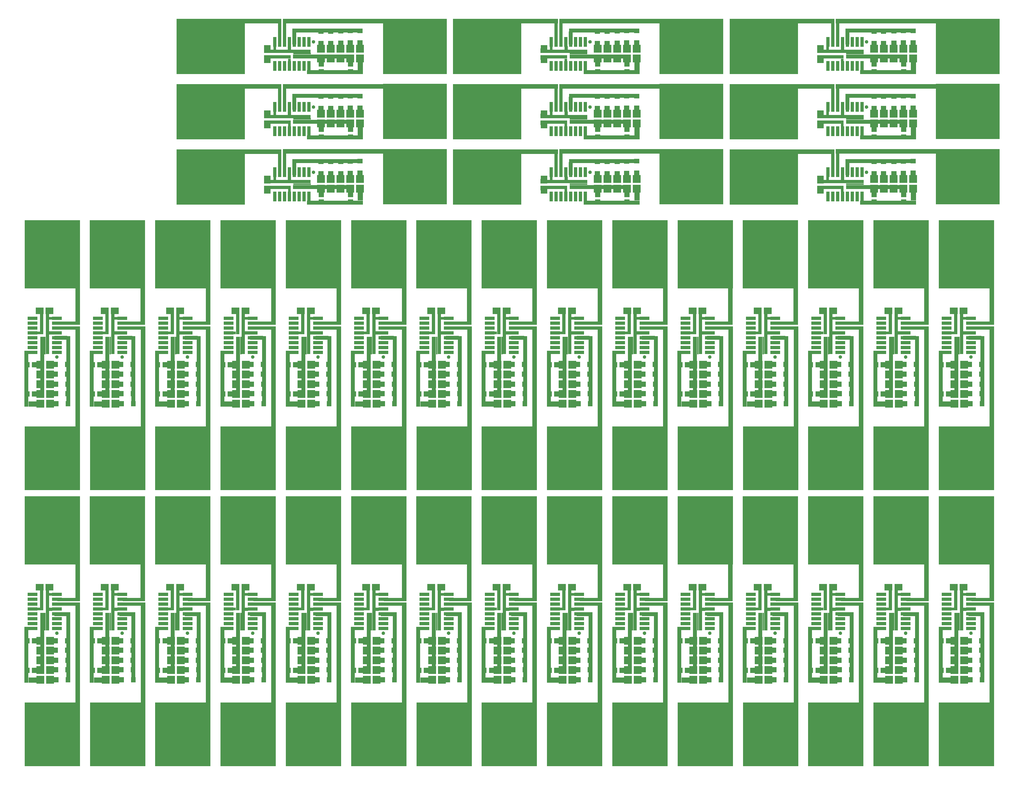
<source format=gtl>
G04 Layer_Physical_Order=1*
G04 Layer_Color=255*
%FSLAX44Y44*%
%MOMM*%
G71*
G01*
G75*
%ADD10C,0.5000*%
%ADD11R,1.2000X1.4000*%
%ADD12R,2.5000X0.9000*%
%ADD13R,1.1500X28.8000*%
%ADD14R,1.2000X12.5500*%
%ADD15R,4.8000X0.9000*%
%ADD16R,2.0000X1.8000*%
%ADD17R,4.2000X0.9000*%
%ADD18R,1.1000X18.3500*%
%ADD19R,3.4000X1.0000*%
%ADD20R,0.9000X6.9000*%
%ADD21R,1.0000X0.8000*%
%ADD22R,0.9000X11.1000*%
%ADD23R,1.3000X0.9000*%
%ADD24R,1.6000X0.8000*%
%ADD25R,1.0500X15.9000*%
%ADD26R,0.4000X4.6000*%
%ADD27R,1.0000X14.5500*%
%ADD28R,2.4500X1.3500*%
%ADD29R,14.5000X17.7500*%
%ADD30R,14.4500X16.6500*%
%ADD31R,1.4000X1.2000*%
%ADD32R,0.9000X2.5000*%
%ADD33R,28.8000X1.1500*%
%ADD34R,12.5500X1.2000*%
%ADD35R,0.9000X4.8000*%
%ADD36R,1.8000X2.0000*%
%ADD37R,0.9000X4.2000*%
%ADD38R,18.3500X1.1000*%
%ADD39R,1.0000X3.4000*%
%ADD40R,6.9000X0.9000*%
%ADD41R,0.8000X1.0000*%
%ADD42R,11.1000X0.9000*%
%ADD43R,0.9000X1.3000*%
%ADD44R,0.8000X1.6000*%
%ADD45R,15.9000X1.0500*%
%ADD46R,4.6000X0.4000*%
%ADD47R,14.5500X1.0000*%
%ADD48R,1.3500X2.4500*%
%ADD49R,17.7500X14.5000*%
%ADD50R,16.6500X14.4500*%
%ADD51R,0.9000X1.3000*%
%ADD52R,2.0000X2.0000*%
%ADD53R,2.0000X2.0000*%
D10*
X521851Y566627D02*
G03*
X521851Y566627I-2121J0D01*
G01*
X691851D02*
G03*
X691851Y566627I-2121J0D01*
G01*
X861851D02*
G03*
X861851Y566627I-2121J0D01*
G01*
X1031851D02*
G03*
X1031851Y566627I-2121J0D01*
G01*
X1201851D02*
G03*
X1201851Y566627I-2121J0D01*
G01*
X1371851D02*
G03*
X1371851Y566627I-2121J0D01*
G01*
X1541851D02*
G03*
X1541851Y566627I-2121J0D01*
G01*
X1711851D02*
G03*
X1711851Y566627I-2121J0D01*
G01*
X1881851D02*
G03*
X1881851Y566627I-2121J0D01*
G01*
X2051851D02*
G03*
X2051851Y566627I-2121J0D01*
G01*
X2221851D02*
G03*
X2221851Y566627I-2121J0D01*
G01*
X2391851D02*
G03*
X2391851Y566627I-2121J0D01*
G01*
X2561851D02*
G03*
X2561851Y566627I-2121J0D01*
G01*
X2731851D02*
G03*
X2731851Y566627I-2121J0D01*
G01*
X2901851D02*
G03*
X2901851Y566627I-2121J0D01*
G01*
Y1286627D02*
G03*
X2901851Y1286627I-2121J0D01*
G01*
X2731851D02*
G03*
X2731851Y1286627I-2121J0D01*
G01*
X2561851D02*
G03*
X2561851Y1286627I-2121J0D01*
G01*
X2391851D02*
G03*
X2391851Y1286627I-2121J0D01*
G01*
X2221851D02*
G03*
X2221851Y1286627I-2121J0D01*
G01*
X2051851D02*
G03*
X2051851Y1286627I-2121J0D01*
G01*
X1881851D02*
G03*
X1881851Y1286627I-2121J0D01*
G01*
X1711851D02*
G03*
X1711851Y1286627I-2121J0D01*
G01*
X1541851D02*
G03*
X1541851Y1286627I-2121J0D01*
G01*
X1371851D02*
G03*
X1371851Y1286627I-2121J0D01*
G01*
X1201851D02*
G03*
X1201851Y1286627I-2121J0D01*
G01*
X1031851D02*
G03*
X1031851Y1286627I-2121J0D01*
G01*
X861851D02*
G03*
X861851Y1286627I-2121J0D01*
G01*
X691851D02*
G03*
X691851Y1286627I-2121J0D01*
G01*
X521851D02*
G03*
X521851Y1286627I-2121J0D01*
G01*
X1187910Y1770347D02*
G03*
X1187910Y1770347I0J-2121D01*
G01*
Y1940347D02*
G03*
X1187910Y1940347I0J-2121D01*
G01*
Y2110347D02*
G03*
X1187910Y2110347I0J-2121D01*
G01*
X1907910Y1770347D02*
G03*
X1907910Y1770347I0J-2121D01*
G01*
Y1940347D02*
G03*
X1907910Y1940347I0J-2121D01*
G01*
Y2110347D02*
G03*
X1907910Y2110347I0J-2121D01*
G01*
X2627910Y1770347D02*
G03*
X2627910Y1770347I0J-2121D01*
G01*
Y1940347D02*
G03*
X2627910Y1940347I0J-2121D01*
G01*
Y2110347D02*
G03*
X2627910Y2110347I0J-2121D01*
G01*
D11*
X460730Y470127D02*
D03*
X517990Y445127D02*
D03*
X548470D02*
D03*
X612730Y470127D02*
D03*
X630730D02*
D03*
X687990Y445127D02*
D03*
X718470D02*
D03*
X782730Y470127D02*
D03*
X800730D02*
D03*
X857990Y445127D02*
D03*
X888470D02*
D03*
X952730Y470127D02*
D03*
X970730D02*
D03*
X1027990Y445127D02*
D03*
X1058470D02*
D03*
X1122730Y470127D02*
D03*
X1140730D02*
D03*
X1197990Y445127D02*
D03*
X1228470D02*
D03*
X1292730Y470127D02*
D03*
X1310730D02*
D03*
X1367990Y445127D02*
D03*
X1398470D02*
D03*
X1462730Y470127D02*
D03*
X1480730D02*
D03*
X1537990Y445127D02*
D03*
X1568470D02*
D03*
X1632730Y470127D02*
D03*
X1650730D02*
D03*
X1707990Y445127D02*
D03*
X1738470D02*
D03*
X1802730Y470127D02*
D03*
X1820730D02*
D03*
X1877990Y445127D02*
D03*
X1908470D02*
D03*
X1972730Y470127D02*
D03*
X2047990Y445127D02*
D03*
X2078470D02*
D03*
X2142730Y470127D02*
D03*
X2160730D02*
D03*
X2217990Y445127D02*
D03*
X2248470D02*
D03*
X2312730Y470127D02*
D03*
X2330730D02*
D03*
X2387990Y445127D02*
D03*
X2418470D02*
D03*
X2482730Y470127D02*
D03*
X2557990Y445127D02*
D03*
X2588470D02*
D03*
X2652730Y470127D02*
D03*
X2670730D02*
D03*
X2727990Y445127D02*
D03*
X2758470D02*
D03*
X2822730Y470127D02*
D03*
X2840730D02*
D03*
X2897990Y445127D02*
D03*
X2928470D02*
D03*
X2927970Y471127D02*
D03*
X2927470Y495627D02*
D03*
X2896990D02*
D03*
X2897490Y471127D02*
D03*
X2896490Y522127D02*
D03*
Y547127D02*
D03*
X2926970D02*
D03*
Y522127D02*
D03*
X2840730Y546627D02*
D03*
X2822730D02*
D03*
X2756970Y547127D02*
D03*
Y522127D02*
D03*
X2757470Y495627D02*
D03*
X2757970Y471127D02*
D03*
X2726490Y522127D02*
D03*
Y547127D02*
D03*
X2726990Y495627D02*
D03*
X2727490Y471127D02*
D03*
X2670730Y546627D02*
D03*
X2652730D02*
D03*
X2586970Y547127D02*
D03*
Y522127D02*
D03*
X2587470Y495627D02*
D03*
X2587970Y471127D02*
D03*
X2556490Y522127D02*
D03*
Y547127D02*
D03*
X2500730Y546627D02*
D03*
Y470127D02*
D03*
X2557490Y471127D02*
D03*
X2556990Y495627D02*
D03*
X2482730Y546627D02*
D03*
X2416970Y547127D02*
D03*
Y522127D02*
D03*
X2386490D02*
D03*
Y547127D02*
D03*
X2386990Y495627D02*
D03*
X2387490Y471127D02*
D03*
X2417970D02*
D03*
X2417470Y495627D02*
D03*
X2330730Y546627D02*
D03*
X2312730D02*
D03*
X2246970Y547127D02*
D03*
Y522127D02*
D03*
X2247470Y495627D02*
D03*
X2247970Y471127D02*
D03*
X2216490Y522127D02*
D03*
Y547127D02*
D03*
X2216990Y495627D02*
D03*
X2217490Y471127D02*
D03*
X2160730Y546627D02*
D03*
X2142730D02*
D03*
X2076970Y547127D02*
D03*
Y522127D02*
D03*
X2077470Y495627D02*
D03*
X2077970Y471127D02*
D03*
X2046490Y522127D02*
D03*
Y547127D02*
D03*
X1990730Y546627D02*
D03*
Y470127D02*
D03*
X2047490Y471127D02*
D03*
X2046990Y495627D02*
D03*
X1972730Y546627D02*
D03*
X1906970Y547127D02*
D03*
Y522127D02*
D03*
X1876490D02*
D03*
Y547127D02*
D03*
X1876990Y495627D02*
D03*
X1877490Y471127D02*
D03*
X1907970D02*
D03*
X1907470Y495627D02*
D03*
X1820730Y546627D02*
D03*
X1802730D02*
D03*
X1736970Y547127D02*
D03*
Y522127D02*
D03*
X1737470Y495627D02*
D03*
X1737970Y471127D02*
D03*
X1706490Y522127D02*
D03*
Y547127D02*
D03*
X1706990Y495627D02*
D03*
X1707490Y471127D02*
D03*
X1650730Y546627D02*
D03*
X1632730D02*
D03*
X1566970Y547127D02*
D03*
Y522127D02*
D03*
X1567470Y495627D02*
D03*
X1567970Y471127D02*
D03*
X1537490D02*
D03*
X1536990Y495627D02*
D03*
X1536490Y522127D02*
D03*
Y547127D02*
D03*
X1480730Y546627D02*
D03*
X1462730D02*
D03*
X1396970Y547127D02*
D03*
Y522127D02*
D03*
X1366490D02*
D03*
Y547127D02*
D03*
X1366990Y495627D02*
D03*
X1367490Y471127D02*
D03*
X1397970D02*
D03*
X1397470Y495627D02*
D03*
X1310730Y546627D02*
D03*
X1292730D02*
D03*
X1226970Y547127D02*
D03*
Y522127D02*
D03*
X1227470Y495627D02*
D03*
X1227970Y471127D02*
D03*
X1196490Y522127D02*
D03*
Y547127D02*
D03*
X1196990Y495627D02*
D03*
X1197490Y471127D02*
D03*
X1140730Y546627D02*
D03*
X1122730D02*
D03*
X1056970Y547127D02*
D03*
Y522127D02*
D03*
X1026490D02*
D03*
Y547127D02*
D03*
X1026990Y495627D02*
D03*
X1027490Y471127D02*
D03*
X1057970D02*
D03*
X1057470Y495627D02*
D03*
X970730Y546627D02*
D03*
X952730D02*
D03*
X886970Y547127D02*
D03*
Y522127D02*
D03*
X856490D02*
D03*
Y547127D02*
D03*
X856990Y495627D02*
D03*
X857490Y471127D02*
D03*
X887970D02*
D03*
X887470Y495627D02*
D03*
X800730Y546627D02*
D03*
X782730D02*
D03*
X716970Y547127D02*
D03*
Y522127D02*
D03*
X717470Y495627D02*
D03*
X717970Y471127D02*
D03*
X686490Y522127D02*
D03*
Y547127D02*
D03*
X686990Y495627D02*
D03*
X687490Y471127D02*
D03*
X630730Y546627D02*
D03*
X612730D02*
D03*
X546970Y547127D02*
D03*
Y522127D02*
D03*
X516490D02*
D03*
Y547127D02*
D03*
X516990Y495627D02*
D03*
X517490Y471127D02*
D03*
X547970D02*
D03*
X547470Y495627D02*
D03*
X460730Y546627D02*
D03*
X442730D02*
D03*
Y470127D02*
D03*
X478730Y688627D02*
D03*
X496730D02*
D03*
X648730D02*
D03*
X666730D02*
D03*
X818730D02*
D03*
X836730D02*
D03*
X988730D02*
D03*
X1006730D02*
D03*
X1158730D02*
D03*
X1176730D02*
D03*
X1328730D02*
D03*
X1346730D02*
D03*
X1498730D02*
D03*
X1516730D02*
D03*
X1668730D02*
D03*
X1686730D02*
D03*
X1838730D02*
D03*
X1856730D02*
D03*
X2008730D02*
D03*
X2026730D02*
D03*
X2178730D02*
D03*
X2196730D02*
D03*
X2348730D02*
D03*
X2366730D02*
D03*
X2518730D02*
D03*
X2536730D02*
D03*
X2688730D02*
D03*
X2706730D02*
D03*
X2858730D02*
D03*
X2876730D02*
D03*
X2897990Y1165127D02*
D03*
X2897490Y1191127D02*
D03*
X2896990Y1215627D02*
D03*
X2927470D02*
D03*
X2927970Y1191127D02*
D03*
X2928470Y1165127D02*
D03*
X2926970Y1242127D02*
D03*
Y1267127D02*
D03*
X2896490D02*
D03*
Y1242127D02*
D03*
X2840730Y1266627D02*
D03*
X2822730D02*
D03*
Y1190127D02*
D03*
X2840730D02*
D03*
X2756970Y1242127D02*
D03*
Y1267127D02*
D03*
X2757470Y1215627D02*
D03*
X2757970Y1191127D02*
D03*
X2758470Y1165127D02*
D03*
X2726490Y1242127D02*
D03*
Y1267127D02*
D03*
X2726990Y1215627D02*
D03*
X2727490Y1191127D02*
D03*
X2727990Y1165127D02*
D03*
X2670730Y1266627D02*
D03*
X2652730D02*
D03*
Y1190127D02*
D03*
X2670730D02*
D03*
X2586970Y1242127D02*
D03*
Y1267127D02*
D03*
X2587470Y1215627D02*
D03*
X2587970Y1191127D02*
D03*
X2588470Y1165127D02*
D03*
X2556490Y1242127D02*
D03*
Y1267127D02*
D03*
X2500730Y1266627D02*
D03*
Y1190127D02*
D03*
X2557490Y1191127D02*
D03*
X2556990Y1215627D02*
D03*
X2557990Y1165127D02*
D03*
X2482730Y1266627D02*
D03*
Y1190127D02*
D03*
X2416970Y1242127D02*
D03*
Y1267127D02*
D03*
X2386490D02*
D03*
Y1242127D02*
D03*
X2386990Y1215627D02*
D03*
X2387490Y1191127D02*
D03*
X2387990Y1165127D02*
D03*
X2418470D02*
D03*
X2417970Y1191127D02*
D03*
X2417470Y1215627D02*
D03*
X2330730Y1266627D02*
D03*
X2312730D02*
D03*
Y1190127D02*
D03*
X2330730D02*
D03*
X2246970Y1242127D02*
D03*
Y1267127D02*
D03*
X2247470Y1215627D02*
D03*
X2247970Y1191127D02*
D03*
X2248470Y1165127D02*
D03*
X2216490Y1242127D02*
D03*
Y1267127D02*
D03*
X2216990Y1215627D02*
D03*
X2217490Y1191127D02*
D03*
X2217990Y1165127D02*
D03*
X2160730Y1266627D02*
D03*
X2142730D02*
D03*
Y1190127D02*
D03*
X2160730D02*
D03*
X2076970Y1242127D02*
D03*
Y1267127D02*
D03*
X2077470Y1215627D02*
D03*
X2077970Y1191127D02*
D03*
X2078470Y1165127D02*
D03*
X2046490Y1242127D02*
D03*
Y1267127D02*
D03*
X1990730Y1266627D02*
D03*
Y1190127D02*
D03*
X2047490Y1191127D02*
D03*
X2046990Y1215627D02*
D03*
X2047990Y1165127D02*
D03*
X1972730Y1266627D02*
D03*
Y1190127D02*
D03*
X1906970Y1242127D02*
D03*
Y1267127D02*
D03*
X1876490D02*
D03*
Y1242127D02*
D03*
X1876990Y1215627D02*
D03*
X1877490Y1191127D02*
D03*
X1877990Y1165127D02*
D03*
X1908470D02*
D03*
X1907970Y1191127D02*
D03*
X1907470Y1215627D02*
D03*
X1820730Y1266627D02*
D03*
X1802730D02*
D03*
Y1190127D02*
D03*
X1820730D02*
D03*
X1736970Y1242127D02*
D03*
Y1267127D02*
D03*
X1737470Y1215627D02*
D03*
X1737970Y1191127D02*
D03*
X1738470Y1165127D02*
D03*
X1706490Y1242127D02*
D03*
Y1267127D02*
D03*
X1706990Y1215627D02*
D03*
X1707490Y1191127D02*
D03*
X1707990Y1165127D02*
D03*
X1650730Y1266627D02*
D03*
X1632730D02*
D03*
Y1190127D02*
D03*
X1650730D02*
D03*
X1566970Y1242127D02*
D03*
Y1267127D02*
D03*
X1567470Y1215627D02*
D03*
X1567970Y1191127D02*
D03*
X1568470Y1165127D02*
D03*
X1537990D02*
D03*
X1537490Y1191127D02*
D03*
X1536990Y1215627D02*
D03*
X1536490Y1242127D02*
D03*
Y1267127D02*
D03*
X1480730Y1266627D02*
D03*
Y1190127D02*
D03*
X1462730Y1266627D02*
D03*
Y1190127D02*
D03*
X1396970Y1242127D02*
D03*
Y1267127D02*
D03*
X1366490D02*
D03*
Y1242127D02*
D03*
X1366990Y1215627D02*
D03*
X1367490Y1191127D02*
D03*
X1367990Y1165127D02*
D03*
X1398470D02*
D03*
X1397970Y1191127D02*
D03*
X1397470Y1215627D02*
D03*
X1310730Y1266627D02*
D03*
X1292730D02*
D03*
Y1190127D02*
D03*
X1310730D02*
D03*
X1226970Y1242127D02*
D03*
Y1267127D02*
D03*
X1227470Y1215627D02*
D03*
X1227970Y1191127D02*
D03*
X1228470Y1165127D02*
D03*
X1196490Y1242127D02*
D03*
Y1267127D02*
D03*
X1196990Y1215627D02*
D03*
X1197490Y1191127D02*
D03*
X1197990Y1165127D02*
D03*
X1140730Y1266627D02*
D03*
X1122730D02*
D03*
Y1190127D02*
D03*
X1140730D02*
D03*
X1056970Y1242127D02*
D03*
Y1267127D02*
D03*
X1026490D02*
D03*
Y1242127D02*
D03*
X1026990Y1215627D02*
D03*
X1027490Y1191127D02*
D03*
X1027990Y1165127D02*
D03*
X1058470D02*
D03*
X1057970Y1191127D02*
D03*
X1057470Y1215627D02*
D03*
X970730Y1266627D02*
D03*
Y1190127D02*
D03*
X952730Y1266627D02*
D03*
Y1190127D02*
D03*
X886970Y1242127D02*
D03*
Y1267127D02*
D03*
X856490D02*
D03*
Y1242127D02*
D03*
X856990Y1215627D02*
D03*
X857490Y1191127D02*
D03*
X857990Y1165127D02*
D03*
X888470D02*
D03*
X887970Y1191127D02*
D03*
X887470Y1215627D02*
D03*
X800730Y1266627D02*
D03*
X782730D02*
D03*
Y1190127D02*
D03*
X800730D02*
D03*
X716970Y1242127D02*
D03*
Y1267127D02*
D03*
X717470Y1215627D02*
D03*
X717970Y1191127D02*
D03*
X718470Y1165127D02*
D03*
X686490Y1242127D02*
D03*
Y1267127D02*
D03*
X686990Y1215627D02*
D03*
X687490Y1191127D02*
D03*
X687990Y1165127D02*
D03*
X630730Y1266627D02*
D03*
X612730D02*
D03*
Y1190127D02*
D03*
X630730D02*
D03*
X546970Y1242127D02*
D03*
Y1267127D02*
D03*
X516490D02*
D03*
Y1242127D02*
D03*
X516990Y1215627D02*
D03*
X517490Y1191127D02*
D03*
X517990Y1165127D02*
D03*
X548470D02*
D03*
X547970Y1191127D02*
D03*
X547470Y1215627D02*
D03*
X460730Y1266627D02*
D03*
Y1190127D02*
D03*
X442730Y1266627D02*
D03*
Y1190127D02*
D03*
X648730Y1408627D02*
D03*
X666730D02*
D03*
X818730D02*
D03*
X836730D02*
D03*
X988730D02*
D03*
X1006730D02*
D03*
X1158730D02*
D03*
X1176730D02*
D03*
X1328730D02*
D03*
X1346730D02*
D03*
X1498730D02*
D03*
X1516730D02*
D03*
X1668730D02*
D03*
X1686730D02*
D03*
X1838730D02*
D03*
X1856730D02*
D03*
X2008730D02*
D03*
X2026730D02*
D03*
X2178730D02*
D03*
X2196730D02*
D03*
X2348730D02*
D03*
X2366730D02*
D03*
X2518730D02*
D03*
X2536730D02*
D03*
X2688730D02*
D03*
X2706730D02*
D03*
X2858730D02*
D03*
X2876730D02*
D03*
X496730D02*
D03*
X478730D02*
D03*
D12*
X626600Y578577D02*
D03*
Y591277D02*
D03*
Y603977D02*
D03*
Y616677D02*
D03*
Y629377D02*
D03*
X689860D02*
D03*
Y616677D02*
D03*
Y603977D02*
D03*
Y591277D02*
D03*
Y578577D02*
D03*
Y642077D02*
D03*
Y654777D02*
D03*
Y667477D02*
D03*
X626600D02*
D03*
Y654777D02*
D03*
Y642077D02*
D03*
X519860D02*
D03*
Y654777D02*
D03*
Y667477D02*
D03*
Y629377D02*
D03*
Y616677D02*
D03*
Y603977D02*
D03*
Y591277D02*
D03*
Y578577D02*
D03*
X456600Y642077D02*
D03*
Y654777D02*
D03*
Y667477D02*
D03*
Y629377D02*
D03*
Y616677D02*
D03*
Y603977D02*
D03*
Y591277D02*
D03*
Y578577D02*
D03*
X796600D02*
D03*
Y591277D02*
D03*
Y603977D02*
D03*
Y616677D02*
D03*
Y629377D02*
D03*
X859860D02*
D03*
Y616677D02*
D03*
Y603977D02*
D03*
Y591277D02*
D03*
Y578577D02*
D03*
Y642077D02*
D03*
Y654777D02*
D03*
Y667477D02*
D03*
X796600D02*
D03*
Y654777D02*
D03*
Y642077D02*
D03*
X966600Y629377D02*
D03*
Y616677D02*
D03*
Y603977D02*
D03*
Y591277D02*
D03*
Y578577D02*
D03*
X1029860D02*
D03*
Y591277D02*
D03*
Y603977D02*
D03*
Y616677D02*
D03*
Y629377D02*
D03*
X1136600D02*
D03*
Y616677D02*
D03*
Y603977D02*
D03*
Y591277D02*
D03*
Y578577D02*
D03*
X1199860D02*
D03*
Y591277D02*
D03*
Y603977D02*
D03*
Y616677D02*
D03*
Y629377D02*
D03*
Y642077D02*
D03*
Y654777D02*
D03*
Y667477D02*
D03*
X1136600D02*
D03*
Y654777D02*
D03*
Y642077D02*
D03*
X1029860D02*
D03*
Y654777D02*
D03*
Y667477D02*
D03*
X966600D02*
D03*
Y654777D02*
D03*
Y642077D02*
D03*
X1306600Y629377D02*
D03*
Y616677D02*
D03*
Y603977D02*
D03*
Y591277D02*
D03*
Y578577D02*
D03*
X1369860D02*
D03*
Y591277D02*
D03*
Y603977D02*
D03*
Y616677D02*
D03*
Y629377D02*
D03*
Y642077D02*
D03*
Y654777D02*
D03*
Y667477D02*
D03*
X1306600D02*
D03*
Y654777D02*
D03*
Y642077D02*
D03*
X1476600Y629377D02*
D03*
Y616677D02*
D03*
Y603977D02*
D03*
Y591277D02*
D03*
Y578577D02*
D03*
X1539860D02*
D03*
Y591277D02*
D03*
Y603977D02*
D03*
Y616677D02*
D03*
Y629377D02*
D03*
X1646600D02*
D03*
Y616677D02*
D03*
Y603977D02*
D03*
Y591277D02*
D03*
Y578577D02*
D03*
X1709860D02*
D03*
Y591277D02*
D03*
Y603977D02*
D03*
Y616677D02*
D03*
Y629377D02*
D03*
Y642077D02*
D03*
Y654777D02*
D03*
Y667477D02*
D03*
X1646600D02*
D03*
Y654777D02*
D03*
Y642077D02*
D03*
X1539860D02*
D03*
Y654777D02*
D03*
Y667477D02*
D03*
X1476600D02*
D03*
Y654777D02*
D03*
Y642077D02*
D03*
X1816600Y629377D02*
D03*
Y616677D02*
D03*
Y603977D02*
D03*
Y591277D02*
D03*
Y578577D02*
D03*
X1879860D02*
D03*
Y591277D02*
D03*
Y603977D02*
D03*
Y616677D02*
D03*
Y629377D02*
D03*
Y642077D02*
D03*
Y654777D02*
D03*
Y667477D02*
D03*
X1816600D02*
D03*
Y654777D02*
D03*
Y642077D02*
D03*
X1986600Y629377D02*
D03*
Y616677D02*
D03*
Y603977D02*
D03*
Y591277D02*
D03*
Y578577D02*
D03*
X2049860D02*
D03*
Y591277D02*
D03*
Y603977D02*
D03*
Y616677D02*
D03*
Y629377D02*
D03*
X2156600D02*
D03*
Y616677D02*
D03*
Y603977D02*
D03*
Y591277D02*
D03*
Y578577D02*
D03*
X2219860D02*
D03*
Y591277D02*
D03*
Y603977D02*
D03*
Y616677D02*
D03*
Y629377D02*
D03*
Y642077D02*
D03*
Y654777D02*
D03*
Y667477D02*
D03*
X2156600D02*
D03*
Y654777D02*
D03*
Y642077D02*
D03*
X2049860D02*
D03*
Y654777D02*
D03*
Y667477D02*
D03*
X1986600D02*
D03*
Y654777D02*
D03*
Y642077D02*
D03*
X2326600Y629377D02*
D03*
Y616677D02*
D03*
Y603977D02*
D03*
Y591277D02*
D03*
Y578577D02*
D03*
X2389860D02*
D03*
Y591277D02*
D03*
Y603977D02*
D03*
Y616677D02*
D03*
Y629377D02*
D03*
X2496600D02*
D03*
Y616677D02*
D03*
Y603977D02*
D03*
Y591277D02*
D03*
Y578577D02*
D03*
X2559860D02*
D03*
Y591277D02*
D03*
Y603977D02*
D03*
Y616677D02*
D03*
Y629377D02*
D03*
Y642077D02*
D03*
Y654777D02*
D03*
Y667477D02*
D03*
X2496600D02*
D03*
Y654777D02*
D03*
Y642077D02*
D03*
X2389860D02*
D03*
Y654777D02*
D03*
Y667477D02*
D03*
X2326600D02*
D03*
Y654777D02*
D03*
Y642077D02*
D03*
X2666600Y629377D02*
D03*
Y616677D02*
D03*
Y603977D02*
D03*
Y591277D02*
D03*
Y578577D02*
D03*
X2729860D02*
D03*
Y591277D02*
D03*
Y603977D02*
D03*
Y616677D02*
D03*
Y629377D02*
D03*
Y642077D02*
D03*
Y654777D02*
D03*
Y667477D02*
D03*
X2666600D02*
D03*
Y654777D02*
D03*
Y642077D02*
D03*
X2836600Y629377D02*
D03*
Y616677D02*
D03*
Y603977D02*
D03*
Y591277D02*
D03*
Y578577D02*
D03*
X2899860D02*
D03*
Y591277D02*
D03*
Y603977D02*
D03*
Y616677D02*
D03*
Y629377D02*
D03*
Y642077D02*
D03*
Y654777D02*
D03*
Y667477D02*
D03*
X2836600D02*
D03*
Y654777D02*
D03*
Y642077D02*
D03*
X2899860Y1298577D02*
D03*
Y1311277D02*
D03*
Y1323977D02*
D03*
Y1336677D02*
D03*
Y1349377D02*
D03*
Y1362077D02*
D03*
Y1374777D02*
D03*
Y1387477D02*
D03*
X2836600D02*
D03*
Y1374777D02*
D03*
Y1362077D02*
D03*
Y1349377D02*
D03*
Y1336677D02*
D03*
Y1323977D02*
D03*
Y1311277D02*
D03*
Y1298577D02*
D03*
X2729860Y1349377D02*
D03*
Y1362077D02*
D03*
Y1374777D02*
D03*
Y1387477D02*
D03*
Y1336677D02*
D03*
Y1323977D02*
D03*
Y1311277D02*
D03*
Y1298577D02*
D03*
X2666600Y1349377D02*
D03*
Y1362077D02*
D03*
Y1374777D02*
D03*
Y1387477D02*
D03*
Y1336677D02*
D03*
Y1323977D02*
D03*
Y1311277D02*
D03*
Y1298577D02*
D03*
X2559860Y1349377D02*
D03*
Y1362077D02*
D03*
Y1374777D02*
D03*
Y1387477D02*
D03*
Y1336677D02*
D03*
Y1323977D02*
D03*
Y1311277D02*
D03*
Y1298577D02*
D03*
X2496600Y1349377D02*
D03*
Y1362077D02*
D03*
Y1374777D02*
D03*
Y1387477D02*
D03*
Y1336677D02*
D03*
Y1323977D02*
D03*
Y1311277D02*
D03*
Y1298577D02*
D03*
X2389860Y1349377D02*
D03*
Y1362077D02*
D03*
Y1374777D02*
D03*
Y1387477D02*
D03*
Y1336677D02*
D03*
Y1323977D02*
D03*
Y1311277D02*
D03*
Y1298577D02*
D03*
X2326600Y1349377D02*
D03*
Y1362077D02*
D03*
Y1374777D02*
D03*
Y1387477D02*
D03*
Y1336677D02*
D03*
Y1323977D02*
D03*
Y1311277D02*
D03*
Y1298577D02*
D03*
X2219860Y1349377D02*
D03*
Y1362077D02*
D03*
Y1374777D02*
D03*
Y1387477D02*
D03*
Y1336677D02*
D03*
Y1323977D02*
D03*
Y1311277D02*
D03*
Y1298577D02*
D03*
X2156600Y1349377D02*
D03*
Y1362077D02*
D03*
Y1374777D02*
D03*
Y1387477D02*
D03*
Y1336677D02*
D03*
Y1323977D02*
D03*
Y1311277D02*
D03*
Y1298577D02*
D03*
X2049860Y1349377D02*
D03*
Y1362077D02*
D03*
Y1374777D02*
D03*
Y1387477D02*
D03*
Y1336677D02*
D03*
Y1323977D02*
D03*
Y1311277D02*
D03*
Y1298577D02*
D03*
X1986600Y1349377D02*
D03*
Y1362077D02*
D03*
Y1374777D02*
D03*
Y1387477D02*
D03*
Y1336677D02*
D03*
Y1323977D02*
D03*
Y1311277D02*
D03*
Y1298577D02*
D03*
X1879860Y1349377D02*
D03*
Y1362077D02*
D03*
Y1374777D02*
D03*
Y1387477D02*
D03*
Y1336677D02*
D03*
Y1323977D02*
D03*
Y1311277D02*
D03*
Y1298577D02*
D03*
X1816600Y1349377D02*
D03*
Y1362077D02*
D03*
Y1374777D02*
D03*
Y1387477D02*
D03*
Y1336677D02*
D03*
Y1323977D02*
D03*
Y1311277D02*
D03*
Y1298577D02*
D03*
X1709860Y1349377D02*
D03*
Y1362077D02*
D03*
Y1374777D02*
D03*
Y1387477D02*
D03*
Y1336677D02*
D03*
Y1323977D02*
D03*
Y1311277D02*
D03*
Y1298577D02*
D03*
X1646600Y1349377D02*
D03*
Y1362077D02*
D03*
Y1374777D02*
D03*
Y1387477D02*
D03*
Y1336677D02*
D03*
Y1323977D02*
D03*
Y1311277D02*
D03*
Y1298577D02*
D03*
X1539860Y1349377D02*
D03*
Y1362077D02*
D03*
Y1374777D02*
D03*
Y1387477D02*
D03*
Y1336677D02*
D03*
Y1323977D02*
D03*
Y1311277D02*
D03*
Y1298577D02*
D03*
X1476600Y1349377D02*
D03*
Y1362077D02*
D03*
Y1374777D02*
D03*
Y1387477D02*
D03*
Y1336677D02*
D03*
Y1323977D02*
D03*
Y1311277D02*
D03*
Y1298577D02*
D03*
X1369860Y1349377D02*
D03*
Y1362077D02*
D03*
Y1374777D02*
D03*
Y1387477D02*
D03*
Y1336677D02*
D03*
Y1323977D02*
D03*
Y1311277D02*
D03*
Y1298577D02*
D03*
X1306600Y1349377D02*
D03*
Y1362077D02*
D03*
Y1374777D02*
D03*
Y1387477D02*
D03*
Y1336677D02*
D03*
Y1323977D02*
D03*
Y1311277D02*
D03*
Y1298577D02*
D03*
X1199860Y1349377D02*
D03*
Y1362077D02*
D03*
Y1374777D02*
D03*
Y1387477D02*
D03*
Y1336677D02*
D03*
Y1323977D02*
D03*
Y1311277D02*
D03*
Y1298577D02*
D03*
X1136600Y1349377D02*
D03*
Y1362077D02*
D03*
Y1374777D02*
D03*
Y1387477D02*
D03*
Y1336677D02*
D03*
Y1323977D02*
D03*
Y1311277D02*
D03*
Y1298577D02*
D03*
X1029860Y1349377D02*
D03*
Y1362077D02*
D03*
Y1374777D02*
D03*
Y1387477D02*
D03*
Y1336677D02*
D03*
Y1323977D02*
D03*
Y1311277D02*
D03*
Y1298577D02*
D03*
X966600Y1349377D02*
D03*
Y1362077D02*
D03*
Y1374777D02*
D03*
Y1387477D02*
D03*
Y1336677D02*
D03*
Y1323977D02*
D03*
Y1311277D02*
D03*
Y1298577D02*
D03*
X859860Y1349377D02*
D03*
Y1362077D02*
D03*
Y1374777D02*
D03*
Y1387477D02*
D03*
Y1336677D02*
D03*
Y1323977D02*
D03*
Y1311277D02*
D03*
Y1298577D02*
D03*
X796600Y1349377D02*
D03*
Y1362077D02*
D03*
Y1374777D02*
D03*
Y1387477D02*
D03*
Y1336677D02*
D03*
Y1323977D02*
D03*
Y1311277D02*
D03*
Y1298577D02*
D03*
X689860Y1349377D02*
D03*
Y1362077D02*
D03*
Y1374777D02*
D03*
Y1387477D02*
D03*
Y1336677D02*
D03*
Y1323977D02*
D03*
Y1311277D02*
D03*
Y1298577D02*
D03*
X626600Y1349377D02*
D03*
Y1362077D02*
D03*
Y1374777D02*
D03*
Y1387477D02*
D03*
Y1336677D02*
D03*
Y1323977D02*
D03*
Y1311277D02*
D03*
Y1298577D02*
D03*
X519860Y1349377D02*
D03*
Y1362077D02*
D03*
Y1374777D02*
D03*
Y1387477D02*
D03*
Y1336677D02*
D03*
Y1323977D02*
D03*
Y1311277D02*
D03*
Y1298577D02*
D03*
X456600Y1349377D02*
D03*
Y1362077D02*
D03*
Y1374777D02*
D03*
Y1387477D02*
D03*
Y1336677D02*
D03*
Y1323977D02*
D03*
Y1311277D02*
D03*
Y1298577D02*
D03*
D13*
X573980Y502627D02*
D03*
X743980D02*
D03*
X913980D02*
D03*
X1083980D02*
D03*
X1253980D02*
D03*
X1423980D02*
D03*
X1593980D02*
D03*
X1763980D02*
D03*
X1933980D02*
D03*
X2103980D02*
D03*
X2273980D02*
D03*
X2443980D02*
D03*
X2613980D02*
D03*
X2783980D02*
D03*
X2953980D02*
D03*
Y1222627D02*
D03*
X2783980D02*
D03*
X2613980D02*
D03*
X2443980D02*
D03*
X2273980D02*
D03*
X2103980D02*
D03*
X1933980D02*
D03*
X1763980D02*
D03*
X1593980D02*
D03*
X1423980D02*
D03*
X1253980D02*
D03*
X1083980D02*
D03*
X913980D02*
D03*
X743980D02*
D03*
X573980D02*
D03*
D14*
X743730Y712877D02*
D03*
X913730D02*
D03*
X1083730D02*
D03*
X1253730D02*
D03*
X1423730D02*
D03*
X1593730D02*
D03*
X1763730D02*
D03*
X1933730D02*
D03*
X2103730D02*
D03*
X2273730D02*
D03*
X2443730D02*
D03*
X2613730D02*
D03*
X2783730D02*
D03*
X2953730D02*
D03*
Y1432877D02*
D03*
X2783730D02*
D03*
X2613730D02*
D03*
X2443730D02*
D03*
X2273730D02*
D03*
X2103730D02*
D03*
X1933730D02*
D03*
X1763730D02*
D03*
X1593730D02*
D03*
X1423730D02*
D03*
X1253730D02*
D03*
X1083730D02*
D03*
X913730D02*
D03*
X743730D02*
D03*
X573730D02*
D03*
Y712877D02*
D03*
D15*
X544730Y654627D02*
D03*
X714730D02*
D03*
X884730D02*
D03*
X1054730D02*
D03*
X1224730D02*
D03*
X1394730D02*
D03*
X1564730D02*
D03*
X1734730D02*
D03*
X1904730D02*
D03*
X2074730D02*
D03*
X2244730D02*
D03*
X2414730D02*
D03*
X2584730D02*
D03*
X2754730D02*
D03*
X2924730D02*
D03*
Y1374627D02*
D03*
X2754730D02*
D03*
X2584730D02*
D03*
X2414730D02*
D03*
X2244730D02*
D03*
X2074730D02*
D03*
X1904730D02*
D03*
X1734730D02*
D03*
X1564730D02*
D03*
X1394730D02*
D03*
X1224730D02*
D03*
X1054730D02*
D03*
X884730D02*
D03*
X714730D02*
D03*
X544730D02*
D03*
D16*
X644730Y686627D02*
D03*
X670730D02*
D03*
X814730D02*
D03*
X840730D02*
D03*
X984730D02*
D03*
X1010730D02*
D03*
X1154730D02*
D03*
X1180730D02*
D03*
X1324730D02*
D03*
X1350730D02*
D03*
X1494730D02*
D03*
X1520730D02*
D03*
X1664730D02*
D03*
X1690730D02*
D03*
X1834730D02*
D03*
X1860730D02*
D03*
X2004730D02*
D03*
X2030730D02*
D03*
X2174730D02*
D03*
X2200730D02*
D03*
X2344730D02*
D03*
X2370730D02*
D03*
X2514730D02*
D03*
X2540730D02*
D03*
X2684730D02*
D03*
X2710730D02*
D03*
X2854730D02*
D03*
X2880730D02*
D03*
Y1406627D02*
D03*
X2854730D02*
D03*
X2710730D02*
D03*
X2684730D02*
D03*
X2540730D02*
D03*
X2514730D02*
D03*
X2370730D02*
D03*
X2344730D02*
D03*
X2200730D02*
D03*
X2174730D02*
D03*
X2030730D02*
D03*
X2004730D02*
D03*
X1860730D02*
D03*
X1834730D02*
D03*
X1690730D02*
D03*
X1664730D02*
D03*
X1520730D02*
D03*
X1494730D02*
D03*
X1350730D02*
D03*
X1324730D02*
D03*
X1180730D02*
D03*
X1154730D02*
D03*
X1010730D02*
D03*
X984730D02*
D03*
X840730D02*
D03*
X814730D02*
D03*
X670730D02*
D03*
X644730D02*
D03*
X500730D02*
D03*
X474730D02*
D03*
Y686627D02*
D03*
X500730D02*
D03*
D17*
X548730Y642127D02*
D03*
X718730D02*
D03*
X888730D02*
D03*
X1058730D02*
D03*
X1228730D02*
D03*
X1398730D02*
D03*
X1568730D02*
D03*
X1738730D02*
D03*
X1908730D02*
D03*
X2078730D02*
D03*
X2248730D02*
D03*
X2418730D02*
D03*
X2588730D02*
D03*
X2758730D02*
D03*
X2928730D02*
D03*
Y1362127D02*
D03*
X2758730D02*
D03*
X2588730D02*
D03*
X2418730D02*
D03*
X2248730D02*
D03*
X2078730D02*
D03*
X1908730D02*
D03*
X1738730D02*
D03*
X1568730D02*
D03*
X1398730D02*
D03*
X1228730D02*
D03*
X1058730D02*
D03*
X888730D02*
D03*
X718730D02*
D03*
X548730D02*
D03*
D18*
X549230Y529877D02*
D03*
X719230D02*
D03*
X889230D02*
D03*
X1059230D02*
D03*
X1229230D02*
D03*
X1399230D02*
D03*
X1569230D02*
D03*
X1739230D02*
D03*
X1909230D02*
D03*
X2079230D02*
D03*
X2249230D02*
D03*
X2419230D02*
D03*
X2589230D02*
D03*
X2759230D02*
D03*
X2929230D02*
D03*
Y1249877D02*
D03*
X2759230D02*
D03*
X2589230D02*
D03*
X2419230D02*
D03*
X2249230D02*
D03*
X2079230D02*
D03*
X1909230D02*
D03*
X1739230D02*
D03*
X1569230D02*
D03*
X1399230D02*
D03*
X1229230D02*
D03*
X1059230D02*
D03*
X889230D02*
D03*
X719230D02*
D03*
X549230D02*
D03*
D19*
X529730Y616627D02*
D03*
X699730D02*
D03*
X869730D02*
D03*
X1039730D02*
D03*
X1209730D02*
D03*
X1379730D02*
D03*
X1549730D02*
D03*
X1719730D02*
D03*
X1889730D02*
D03*
X2059730D02*
D03*
X2229730D02*
D03*
X2399730D02*
D03*
X2569730D02*
D03*
X2739730D02*
D03*
X2909730D02*
D03*
Y1336627D02*
D03*
X2739730D02*
D03*
X2569730D02*
D03*
X2399730D02*
D03*
X2229730D02*
D03*
X2059730D02*
D03*
X1889730D02*
D03*
X1719730D02*
D03*
X1549730D02*
D03*
X1379730D02*
D03*
X1209730D02*
D03*
X1039730D02*
D03*
X869730D02*
D03*
X699730D02*
D03*
X529730D02*
D03*
D20*
X650230Y660127D02*
D03*
X820230D02*
D03*
X990230D02*
D03*
X1160230D02*
D03*
X1330230D02*
D03*
X1500230D02*
D03*
X1670230D02*
D03*
X1840230D02*
D03*
X2010230D02*
D03*
X2180230D02*
D03*
X2350230D02*
D03*
X2520230D02*
D03*
X2690230D02*
D03*
X2860230D02*
D03*
Y1380127D02*
D03*
X2690230D02*
D03*
X2520230D02*
D03*
X2350230D02*
D03*
X2180230D02*
D03*
X2010230D02*
D03*
X1840230D02*
D03*
X1670230D02*
D03*
X1500230D02*
D03*
X1330230D02*
D03*
X1160230D02*
D03*
X990230D02*
D03*
X820230D02*
D03*
X650230D02*
D03*
X480230D02*
D03*
Y660127D02*
D03*
D21*
X470730Y629627D02*
D03*
X640730D02*
D03*
X810730D02*
D03*
X980730D02*
D03*
X1150730D02*
D03*
X1320730D02*
D03*
X1490730D02*
D03*
X1660730D02*
D03*
X1830730D02*
D03*
X2000730D02*
D03*
X2170730D02*
D03*
X2340730D02*
D03*
X2510730D02*
D03*
X2680730D02*
D03*
X2850730D02*
D03*
Y1349627D02*
D03*
X2680730D02*
D03*
X2510730D02*
D03*
X2340730D02*
D03*
X2170730D02*
D03*
X2000730D02*
D03*
X1830730D02*
D03*
X1660730D02*
D03*
X1490730D02*
D03*
X1320730D02*
D03*
X1150730D02*
D03*
X980730D02*
D03*
X810730D02*
D03*
X640730D02*
D03*
X470730D02*
D03*
D22*
X495230Y629127D02*
D03*
X665230D02*
D03*
X835230D02*
D03*
X1005230D02*
D03*
X1175230D02*
D03*
X1345230D02*
D03*
X1515230D02*
D03*
X1685230D02*
D03*
X1855230D02*
D03*
X2025230D02*
D03*
X2195230D02*
D03*
X2365230D02*
D03*
X2535230D02*
D03*
X2705230D02*
D03*
X2875230D02*
D03*
Y1349127D02*
D03*
X2705230D02*
D03*
X2535230D02*
D03*
X2365230D02*
D03*
X2195230D02*
D03*
X2025230D02*
D03*
X1855230D02*
D03*
X1685230D02*
D03*
X1515230D02*
D03*
X1345230D02*
D03*
X1175230D02*
D03*
X1005230D02*
D03*
X835230D02*
D03*
X665230D02*
D03*
X495230D02*
D03*
D23*
X502230Y629127D02*
D03*
X672230D02*
D03*
X842230D02*
D03*
X1012230D02*
D03*
X1182230D02*
D03*
X1352230D02*
D03*
X1522230D02*
D03*
X1692230D02*
D03*
X1862230D02*
D03*
X2032230D02*
D03*
X2202230D02*
D03*
X2372230D02*
D03*
X2542230D02*
D03*
X2712230D02*
D03*
X2882230D02*
D03*
Y1349127D02*
D03*
X2712230D02*
D03*
X2542230D02*
D03*
X2372230D02*
D03*
X2202230D02*
D03*
X2032230D02*
D03*
X1862230D02*
D03*
X1692230D02*
D03*
X1522230D02*
D03*
X1352230D02*
D03*
X1182230D02*
D03*
X1012230D02*
D03*
X842230D02*
D03*
X672230D02*
D03*
X502230D02*
D03*
D24*
X671730Y667627D02*
D03*
X841730D02*
D03*
X1011730D02*
D03*
X1181730D02*
D03*
X1351730D02*
D03*
X1521730D02*
D03*
X1691730D02*
D03*
X1861730D02*
D03*
X2031730D02*
D03*
X2201730D02*
D03*
X2371730D02*
D03*
X2541730D02*
D03*
X2711730D02*
D03*
X2881730D02*
D03*
Y1387627D02*
D03*
X2711730D02*
D03*
X2541730D02*
D03*
X2371730D02*
D03*
X2201730D02*
D03*
X2031730D02*
D03*
X1861730D02*
D03*
X1691730D02*
D03*
X1521730D02*
D03*
X1351730D02*
D03*
X1181730D02*
D03*
X1011730D02*
D03*
X841730D02*
D03*
X671730D02*
D03*
X501730D02*
D03*
Y667627D02*
D03*
D25*
X481480Y540127D02*
D03*
X651480D02*
D03*
X821480D02*
D03*
X991480D02*
D03*
X1161480D02*
D03*
X1331480D02*
D03*
X1501480D02*
D03*
X1671480D02*
D03*
X1841480D02*
D03*
X2011480D02*
D03*
X2181480D02*
D03*
X2351480D02*
D03*
X2521480D02*
D03*
X2691480D02*
D03*
X2861480D02*
D03*
Y1260127D02*
D03*
X2691480D02*
D03*
X2521480D02*
D03*
X2351480D02*
D03*
X2181480D02*
D03*
X2011480D02*
D03*
X1841480D02*
D03*
X1671480D02*
D03*
X1501480D02*
D03*
X1331480D02*
D03*
X1161480D02*
D03*
X991480D02*
D03*
X821480D02*
D03*
X651480D02*
D03*
X481480D02*
D03*
D26*
X488730Y596627D02*
D03*
X658730D02*
D03*
X828730D02*
D03*
X998730D02*
D03*
X1168730D02*
D03*
X1338730D02*
D03*
X1508730D02*
D03*
X1678730D02*
D03*
X1848730D02*
D03*
X2018730D02*
D03*
X2188730D02*
D03*
X2358730D02*
D03*
X2528730D02*
D03*
X2698730D02*
D03*
X2868730D02*
D03*
Y1316627D02*
D03*
X2698730D02*
D03*
X2528730D02*
D03*
X2358730D02*
D03*
X2188730D02*
D03*
X2018730D02*
D03*
X1848730D02*
D03*
X1678730D02*
D03*
X1508730D02*
D03*
X1338730D02*
D03*
X1168730D02*
D03*
X998730D02*
D03*
X828730D02*
D03*
X658730D02*
D03*
X488730D02*
D03*
D27*
X440730Y510377D02*
D03*
X610730D02*
D03*
X780730D02*
D03*
X950730D02*
D03*
X1120730D02*
D03*
X1290730D02*
D03*
X1460730D02*
D03*
X1630730D02*
D03*
X1800730D02*
D03*
X1970730D02*
D03*
X2140730D02*
D03*
X2310730D02*
D03*
X2480730D02*
D03*
X2650730D02*
D03*
X2820730D02*
D03*
Y1230377D02*
D03*
X2650730D02*
D03*
X2480730D02*
D03*
X2310730D02*
D03*
X2140730D02*
D03*
X1970730D02*
D03*
X1800730D02*
D03*
X1630730D02*
D03*
X1460730D02*
D03*
X1290730D02*
D03*
X1120730D02*
D03*
X950730D02*
D03*
X780730D02*
D03*
X610730D02*
D03*
X440730D02*
D03*
D28*
X457980Y444377D02*
D03*
X627980D02*
D03*
X797980D02*
D03*
X967980D02*
D03*
X1137980D02*
D03*
X1307980D02*
D03*
X1477980D02*
D03*
X1647980D02*
D03*
X1817980D02*
D03*
X1987980D02*
D03*
X2157980D02*
D03*
X2327980D02*
D03*
X2497980D02*
D03*
X2667980D02*
D03*
X2837980D02*
D03*
Y1164377D02*
D03*
X2667980D02*
D03*
X2497980D02*
D03*
X2327980D02*
D03*
X2157980D02*
D03*
X1987980D02*
D03*
X1817980D02*
D03*
X1647980D02*
D03*
X1477980D02*
D03*
X1307980D02*
D03*
X1137980D02*
D03*
X967980D02*
D03*
X797980D02*
D03*
X627980D02*
D03*
X457980D02*
D03*
D29*
X847730Y834377D02*
D03*
X1017730D02*
D03*
X1187730D02*
D03*
X1357730D02*
D03*
X1527730D02*
D03*
X1697730D02*
D03*
X1867730D02*
D03*
X2037730D02*
D03*
X2207730D02*
D03*
X2377730D02*
D03*
X2547730D02*
D03*
X2717730D02*
D03*
X2887730D02*
D03*
Y1554377D02*
D03*
X2717730D02*
D03*
X2547730D02*
D03*
X2377730D02*
D03*
X2207730D02*
D03*
X2037730D02*
D03*
X1867730D02*
D03*
X1697730D02*
D03*
X1527730D02*
D03*
X1357730D02*
D03*
X1187730D02*
D03*
X1017730D02*
D03*
X847730D02*
D03*
X677730D02*
D03*
X507730D02*
D03*
Y834377D02*
D03*
X677730D02*
D03*
D30*
X507980Y302877D02*
D03*
X677980D02*
D03*
X847980D02*
D03*
X1017980D02*
D03*
X1187980D02*
D03*
X1357980D02*
D03*
X1527980D02*
D03*
X1697980D02*
D03*
X1867980D02*
D03*
X2037980D02*
D03*
X2207980D02*
D03*
X2377980D02*
D03*
X2547980D02*
D03*
X2717980D02*
D03*
X2887980D02*
D03*
Y1022877D02*
D03*
X2717980D02*
D03*
X2547980D02*
D03*
X2377980D02*
D03*
X2207980D02*
D03*
X2037980D02*
D03*
X1867980D02*
D03*
X1697980D02*
D03*
X1527980D02*
D03*
X1357980D02*
D03*
X1187980D02*
D03*
X1017980D02*
D03*
X847980D02*
D03*
X677980D02*
D03*
X507980D02*
D03*
D31*
X1284410Y1691226D02*
D03*
Y1709226D02*
D03*
X1283410Y1765986D02*
D03*
X1309410Y1766486D02*
D03*
Y1796966D02*
D03*
X1283410Y1796466D02*
D03*
X1284410Y1861226D02*
D03*
Y1879226D02*
D03*
X1283410Y1935986D02*
D03*
X1309410Y1936486D02*
D03*
Y1966966D02*
D03*
X1283410Y1966466D02*
D03*
X1284410Y2031226D02*
D03*
Y2049226D02*
D03*
X1283410Y2105986D02*
D03*
X1309410Y2106486D02*
D03*
Y2136966D02*
D03*
X1283410Y2136466D02*
D03*
X1258910Y2135966D02*
D03*
X1232410Y2135466D02*
D03*
Y2104986D02*
D03*
X1258910Y2105486D02*
D03*
X1207410Y2135466D02*
D03*
Y2104986D02*
D03*
X1207910Y2049226D02*
D03*
Y2031226D02*
D03*
X1207410Y1965466D02*
D03*
Y1934986D02*
D03*
X1207910Y1879226D02*
D03*
Y1861226D02*
D03*
X1207410Y1795466D02*
D03*
Y1764986D02*
D03*
X1207910Y1709226D02*
D03*
Y1691226D02*
D03*
X1232410Y1764986D02*
D03*
X1258910Y1765486D02*
D03*
Y1795966D02*
D03*
X1232410Y1795466D02*
D03*
Y1934986D02*
D03*
X1258910Y1935486D02*
D03*
Y1965966D02*
D03*
X1232410Y1965466D02*
D03*
X1065910Y2067226D02*
D03*
Y2085226D02*
D03*
Y1915226D02*
D03*
Y1897226D02*
D03*
Y1745226D02*
D03*
Y1727226D02*
D03*
X1785910D02*
D03*
Y1745226D02*
D03*
Y1897226D02*
D03*
Y1915226D02*
D03*
X1927910Y1709226D02*
D03*
Y1691226D02*
D03*
X2004410D02*
D03*
Y1709226D02*
D03*
X2003410Y1765986D02*
D03*
X2029410Y1766486D02*
D03*
Y1796966D02*
D03*
X2003410Y1796466D02*
D03*
X2004410Y1861226D02*
D03*
Y1879226D02*
D03*
X2003410Y1935986D02*
D03*
X2029410Y1936486D02*
D03*
Y1966966D02*
D03*
X2003410Y1966466D02*
D03*
X2004410Y2031226D02*
D03*
Y2049226D02*
D03*
X2003410Y2105986D02*
D03*
X2029410Y2106486D02*
D03*
Y2136966D02*
D03*
X2003410Y2136466D02*
D03*
X1978910Y2135966D02*
D03*
X1952410Y2135466D02*
D03*
X1927410D02*
D03*
Y2104986D02*
D03*
X1952410D02*
D03*
X1978910Y2105486D02*
D03*
X1927910Y2049226D02*
D03*
Y2031226D02*
D03*
X1927410Y1965466D02*
D03*
X1952410D02*
D03*
X1978910Y1965966D02*
D03*
Y1935486D02*
D03*
X1952410Y1934986D02*
D03*
X1927410D02*
D03*
X1927910Y1879226D02*
D03*
Y1861226D02*
D03*
X1927410Y1795466D02*
D03*
X1952410D02*
D03*
X1978910Y1795966D02*
D03*
Y1765486D02*
D03*
X1952410Y1764986D02*
D03*
X1927410D02*
D03*
X1785910Y2067226D02*
D03*
Y2085226D02*
D03*
X2505910Y1727226D02*
D03*
Y1745226D02*
D03*
X2647910Y1709226D02*
D03*
Y1691226D02*
D03*
X2724410D02*
D03*
Y1709226D02*
D03*
X2723410Y1765986D02*
D03*
X2698910Y1765486D02*
D03*
X2749410Y1766486D02*
D03*
Y1796966D02*
D03*
X2723410Y1796466D02*
D03*
X2698910Y1795966D02*
D03*
X2724410Y1861226D02*
D03*
Y1879226D02*
D03*
X2723410Y1935986D02*
D03*
X2698910Y1935486D02*
D03*
Y1965966D02*
D03*
X2723410Y1966466D02*
D03*
X2749410Y1966966D02*
D03*
Y1936486D02*
D03*
X2724410Y2031226D02*
D03*
Y2049226D02*
D03*
X2723410Y2105986D02*
D03*
X2698910Y2105486D02*
D03*
X2749410Y2106486D02*
D03*
Y2136966D02*
D03*
X2723410Y2136466D02*
D03*
X2698910Y2135966D02*
D03*
X2672410Y2135466D02*
D03*
X2647410D02*
D03*
Y2104986D02*
D03*
X2672410D02*
D03*
X2647910Y2049226D02*
D03*
Y2031226D02*
D03*
X2647410Y1965466D02*
D03*
X2672410D02*
D03*
Y1934986D02*
D03*
X2647410D02*
D03*
X2647910Y1879226D02*
D03*
Y1861226D02*
D03*
X2647410Y1795466D02*
D03*
X2672410D02*
D03*
Y1764986D02*
D03*
X2647410D02*
D03*
X2505910Y1897226D02*
D03*
Y1915226D02*
D03*
Y2067226D02*
D03*
Y2085226D02*
D03*
D32*
X1163260Y1705096D02*
D03*
X1175960D02*
D03*
Y1768356D02*
D03*
X1163260D02*
D03*
X1150560D02*
D03*
X1137860D02*
D03*
X1125160D02*
D03*
X1112460D02*
D03*
X1099760D02*
D03*
Y1705096D02*
D03*
X1112460D02*
D03*
X1125160D02*
D03*
X1137860D02*
D03*
X1150560D02*
D03*
X1087060Y1768356D02*
D03*
Y1705096D02*
D03*
X1163260Y1875096D02*
D03*
X1175960D02*
D03*
Y1938356D02*
D03*
X1163260D02*
D03*
Y2045096D02*
D03*
X1175960D02*
D03*
Y2108356D02*
D03*
X1163260D02*
D03*
X1150560D02*
D03*
X1137860D02*
D03*
X1125160D02*
D03*
X1112460D02*
D03*
X1099760D02*
D03*
Y2045096D02*
D03*
X1112460D02*
D03*
X1125160D02*
D03*
X1137860D02*
D03*
X1150560D02*
D03*
Y1938356D02*
D03*
X1137860D02*
D03*
X1125160D02*
D03*
X1112460D02*
D03*
X1099760D02*
D03*
Y1875096D02*
D03*
X1112460D02*
D03*
X1125160D02*
D03*
X1137860D02*
D03*
X1150560D02*
D03*
X1087060Y1938356D02*
D03*
Y1875096D02*
D03*
Y2045096D02*
D03*
Y2108356D02*
D03*
X1807060Y1705096D02*
D03*
X1819760D02*
D03*
X1832460D02*
D03*
X1845160D02*
D03*
X1857860D02*
D03*
X1870560D02*
D03*
X1883260D02*
D03*
X1895960D02*
D03*
Y1768356D02*
D03*
X1883260D02*
D03*
X1870560D02*
D03*
X1857860D02*
D03*
X1845160D02*
D03*
X1832460D02*
D03*
X1819760D02*
D03*
X1807060D02*
D03*
X1857860Y1875096D02*
D03*
X1870560D02*
D03*
X1883260D02*
D03*
X1895960D02*
D03*
Y1938356D02*
D03*
X1883260D02*
D03*
X1870560D02*
D03*
X1857860D02*
D03*
Y2045096D02*
D03*
X1870560D02*
D03*
X1883260D02*
D03*
X1895960D02*
D03*
Y2108356D02*
D03*
X1883260D02*
D03*
X1870560D02*
D03*
X1857860D02*
D03*
X1845160D02*
D03*
X1832460D02*
D03*
X1819760D02*
D03*
X1807060D02*
D03*
Y2045096D02*
D03*
X1819760D02*
D03*
X1832460D02*
D03*
X1845160D02*
D03*
Y1938356D02*
D03*
X1832460D02*
D03*
X1819760D02*
D03*
X1807060D02*
D03*
Y1875096D02*
D03*
X1819760D02*
D03*
X1832460D02*
D03*
X1845160D02*
D03*
X2527060Y1705096D02*
D03*
X2539760D02*
D03*
X2552460D02*
D03*
X2565160D02*
D03*
X2577860D02*
D03*
X2590560D02*
D03*
X2603260D02*
D03*
X2615960D02*
D03*
Y1768356D02*
D03*
X2603260D02*
D03*
X2590560D02*
D03*
X2577860D02*
D03*
X2565160D02*
D03*
X2552460D02*
D03*
X2539760D02*
D03*
X2527060D02*
D03*
X2565160Y1875096D02*
D03*
X2577860D02*
D03*
X2590560D02*
D03*
X2603260D02*
D03*
X2615960D02*
D03*
Y1938356D02*
D03*
X2603260D02*
D03*
X2590560D02*
D03*
X2577860D02*
D03*
X2565160D02*
D03*
Y2045096D02*
D03*
X2577860D02*
D03*
X2590560D02*
D03*
X2603260D02*
D03*
X2615960D02*
D03*
Y2108356D02*
D03*
X2603260D02*
D03*
X2590560D02*
D03*
X2577860D02*
D03*
X2565160D02*
D03*
X2552460D02*
D03*
X2539760D02*
D03*
X2527060D02*
D03*
Y2045096D02*
D03*
X2539760D02*
D03*
X2552460D02*
D03*
Y1938356D02*
D03*
X2539760D02*
D03*
X2527060D02*
D03*
Y1875096D02*
D03*
X2539760D02*
D03*
X2552460D02*
D03*
D33*
X1251910Y1822476D02*
D03*
Y1992476D02*
D03*
Y2162476D02*
D03*
X1971910Y1822476D02*
D03*
Y1992476D02*
D03*
Y2162476D02*
D03*
X2691910Y1822476D02*
D03*
Y1992476D02*
D03*
Y2162476D02*
D03*
D34*
X1761660Y1822226D02*
D03*
Y1992226D02*
D03*
Y2162226D02*
D03*
X2481660Y1822226D02*
D03*
Y1992226D02*
D03*
Y2162226D02*
D03*
X1041660D02*
D03*
Y1992226D02*
D03*
Y1822226D02*
D03*
D35*
X1819910Y1793226D02*
D03*
Y1963226D02*
D03*
Y2133226D02*
D03*
X2539910Y1793226D02*
D03*
Y1963226D02*
D03*
Y2133226D02*
D03*
X1099910D02*
D03*
Y1963226D02*
D03*
Y1793226D02*
D03*
D36*
X1067910Y1723226D02*
D03*
Y1749226D02*
D03*
Y1893226D02*
D03*
Y1919226D02*
D03*
Y2063226D02*
D03*
Y2089226D02*
D03*
X1787910Y1723226D02*
D03*
Y1749226D02*
D03*
Y1893226D02*
D03*
Y1919226D02*
D03*
Y2063226D02*
D03*
Y2089226D02*
D03*
X2507910Y1723226D02*
D03*
Y1749226D02*
D03*
Y1893226D02*
D03*
Y1919226D02*
D03*
Y2063226D02*
D03*
Y2089226D02*
D03*
D37*
X1832410Y1797226D02*
D03*
Y1967226D02*
D03*
Y2137226D02*
D03*
X2552410Y1797226D02*
D03*
Y1967226D02*
D03*
Y2137226D02*
D03*
X1112410D02*
D03*
Y1967226D02*
D03*
Y1797226D02*
D03*
D38*
X1224660Y1797726D02*
D03*
Y1967726D02*
D03*
Y2137726D02*
D03*
X1944660Y1797726D02*
D03*
Y1967726D02*
D03*
Y2137726D02*
D03*
X2664660Y1797726D02*
D03*
Y1967726D02*
D03*
Y2137726D02*
D03*
D39*
X1137910Y1778226D02*
D03*
Y1948226D02*
D03*
Y2118226D02*
D03*
X1857910Y1778226D02*
D03*
Y1948226D02*
D03*
Y2118226D02*
D03*
X2577910Y1778226D02*
D03*
Y1948226D02*
D03*
Y2118226D02*
D03*
D40*
X1094410Y1728726D02*
D03*
Y1898726D02*
D03*
Y2068726D02*
D03*
X1814410Y1728726D02*
D03*
Y1898726D02*
D03*
Y2068726D02*
D03*
X2534410Y1728726D02*
D03*
Y1898726D02*
D03*
Y2068726D02*
D03*
D41*
X1124910Y1719226D02*
D03*
Y1889226D02*
D03*
Y2059226D02*
D03*
X1844910Y1719226D02*
D03*
Y1889226D02*
D03*
Y2059226D02*
D03*
X2564910Y1719226D02*
D03*
Y1889226D02*
D03*
Y2059226D02*
D03*
D42*
X1125410Y1743726D02*
D03*
Y1913726D02*
D03*
Y2083726D02*
D03*
X1845410Y1743726D02*
D03*
Y1913726D02*
D03*
Y2083726D02*
D03*
X2565410Y1743726D02*
D03*
Y1913726D02*
D03*
Y2083726D02*
D03*
D43*
X2565410Y1750726D02*
D03*
Y1920726D02*
D03*
Y2090726D02*
D03*
D44*
X1086910Y1750226D02*
D03*
Y1920226D02*
D03*
Y2090226D02*
D03*
X1806910Y1750226D02*
D03*
Y1920226D02*
D03*
Y2090226D02*
D03*
X2526910Y1750226D02*
D03*
Y1920226D02*
D03*
Y2090226D02*
D03*
D45*
X1214410Y1729976D02*
D03*
Y1899976D02*
D03*
Y2069976D02*
D03*
X1934410Y1729976D02*
D03*
Y1899976D02*
D03*
Y2069976D02*
D03*
X2654410Y1729976D02*
D03*
Y1899976D02*
D03*
Y2069976D02*
D03*
D46*
X1157910Y1737226D02*
D03*
Y1907226D02*
D03*
Y2077226D02*
D03*
X1877910Y1737226D02*
D03*
Y1907226D02*
D03*
Y2077226D02*
D03*
X2597910Y1737226D02*
D03*
Y1907226D02*
D03*
Y2077226D02*
D03*
D47*
X1244160Y1689226D02*
D03*
Y1859226D02*
D03*
Y2029226D02*
D03*
X1964160Y1689226D02*
D03*
Y1859226D02*
D03*
Y2029226D02*
D03*
X2684160Y1689226D02*
D03*
Y1859226D02*
D03*
Y2029226D02*
D03*
D48*
X1310160Y1706476D02*
D03*
Y1876476D02*
D03*
Y2046476D02*
D03*
X2030160Y1706476D02*
D03*
Y1876476D02*
D03*
Y2046476D02*
D03*
X2750161Y1706476D02*
D03*
Y1876476D02*
D03*
Y2046476D02*
D03*
D49*
X1640160Y1756226D02*
D03*
Y1926226D02*
D03*
Y2096226D02*
D03*
X2360160Y1756226D02*
D03*
Y1926226D02*
D03*
Y2096226D02*
D03*
X920160D02*
D03*
Y1926226D02*
D03*
Y1756226D02*
D03*
D50*
X1451660Y1756476D02*
D03*
Y1926476D02*
D03*
Y2096476D02*
D03*
X2171660Y1756476D02*
D03*
Y1926476D02*
D03*
Y2096476D02*
D03*
X2891660Y1756476D02*
D03*
Y1926476D02*
D03*
Y2096476D02*
D03*
D51*
X1125410Y1750726D02*
D03*
Y1920726D02*
D03*
Y2090726D02*
D03*
X1845410Y1750726D02*
D03*
Y1920726D02*
D03*
Y2090726D02*
D03*
D52*
X476730Y445127D02*
D03*
X502130D02*
D03*
Y470527D02*
D03*
Y495927D02*
D03*
X476730D02*
D03*
Y470527D02*
D03*
Y521327D02*
D03*
Y546727D02*
D03*
X502130D02*
D03*
Y521327D02*
D03*
X646730Y445127D02*
D03*
X672130D02*
D03*
Y470527D02*
D03*
Y495927D02*
D03*
X646730D02*
D03*
Y470527D02*
D03*
Y521327D02*
D03*
Y546727D02*
D03*
X672130D02*
D03*
Y521327D02*
D03*
X816730Y445127D02*
D03*
X842130D02*
D03*
Y470527D02*
D03*
Y495927D02*
D03*
Y521327D02*
D03*
Y546727D02*
D03*
X816730D02*
D03*
Y521327D02*
D03*
Y495927D02*
D03*
Y470527D02*
D03*
X986730Y445127D02*
D03*
X1012130D02*
D03*
Y470527D02*
D03*
Y495927D02*
D03*
X986730D02*
D03*
Y470527D02*
D03*
Y521327D02*
D03*
Y546727D02*
D03*
X1012130D02*
D03*
Y521327D02*
D03*
X1156730Y445127D02*
D03*
X1182130D02*
D03*
Y470527D02*
D03*
Y495927D02*
D03*
X1156730D02*
D03*
Y470527D02*
D03*
Y521327D02*
D03*
Y546727D02*
D03*
X1182130D02*
D03*
Y521327D02*
D03*
X1326730Y445127D02*
D03*
X1352130D02*
D03*
Y470527D02*
D03*
Y495927D02*
D03*
Y521327D02*
D03*
Y546727D02*
D03*
X1326730D02*
D03*
Y521327D02*
D03*
Y495927D02*
D03*
Y470527D02*
D03*
X1496730Y445127D02*
D03*
X1522130D02*
D03*
Y470527D02*
D03*
Y495927D02*
D03*
X1496730D02*
D03*
Y470527D02*
D03*
Y521327D02*
D03*
Y546727D02*
D03*
X1522130D02*
D03*
Y521327D02*
D03*
X1666730Y445127D02*
D03*
X1692130D02*
D03*
Y470527D02*
D03*
Y495927D02*
D03*
X1666730D02*
D03*
Y470527D02*
D03*
Y521327D02*
D03*
Y546727D02*
D03*
X1692130D02*
D03*
Y521327D02*
D03*
X1836730Y445127D02*
D03*
X1862130D02*
D03*
Y470527D02*
D03*
Y495927D02*
D03*
Y521327D02*
D03*
Y546727D02*
D03*
X1836730D02*
D03*
Y521327D02*
D03*
Y495927D02*
D03*
Y470527D02*
D03*
X2006730Y445127D02*
D03*
X2032130D02*
D03*
Y470527D02*
D03*
Y495927D02*
D03*
X2006730D02*
D03*
Y470527D02*
D03*
Y521327D02*
D03*
Y546727D02*
D03*
X2032130D02*
D03*
Y521327D02*
D03*
X2176730Y445127D02*
D03*
X2202130D02*
D03*
Y470527D02*
D03*
Y495927D02*
D03*
Y521327D02*
D03*
Y546727D02*
D03*
X2176730D02*
D03*
Y521327D02*
D03*
Y495927D02*
D03*
Y470527D02*
D03*
X2346730Y445127D02*
D03*
X2372130D02*
D03*
Y470527D02*
D03*
Y495927D02*
D03*
Y521327D02*
D03*
Y546727D02*
D03*
X2346730D02*
D03*
Y521327D02*
D03*
Y495927D02*
D03*
Y470527D02*
D03*
X2516730Y445127D02*
D03*
X2542130D02*
D03*
Y470527D02*
D03*
Y495927D02*
D03*
X2516730D02*
D03*
Y470527D02*
D03*
Y521327D02*
D03*
Y546727D02*
D03*
X2542130D02*
D03*
Y521327D02*
D03*
X2686730Y445127D02*
D03*
X2712130D02*
D03*
Y470527D02*
D03*
Y495927D02*
D03*
Y521327D02*
D03*
Y546727D02*
D03*
X2686730D02*
D03*
Y521327D02*
D03*
Y495927D02*
D03*
Y470527D02*
D03*
X2856730Y445127D02*
D03*
X2882130D02*
D03*
Y470527D02*
D03*
Y495927D02*
D03*
Y521327D02*
D03*
Y546727D02*
D03*
X2856730D02*
D03*
Y521327D02*
D03*
Y495927D02*
D03*
Y470527D02*
D03*
X2882130Y1165127D02*
D03*
Y1190527D02*
D03*
Y1215927D02*
D03*
Y1241327D02*
D03*
Y1266727D02*
D03*
X2856730D02*
D03*
Y1241327D02*
D03*
Y1215927D02*
D03*
Y1190527D02*
D03*
Y1165127D02*
D03*
X2712130Y1241327D02*
D03*
Y1266727D02*
D03*
Y1215927D02*
D03*
Y1190527D02*
D03*
Y1165127D02*
D03*
X2686730Y1241327D02*
D03*
Y1266727D02*
D03*
Y1215927D02*
D03*
Y1190527D02*
D03*
Y1165127D02*
D03*
X2542130Y1241327D02*
D03*
Y1266727D02*
D03*
X2516730D02*
D03*
Y1241327D02*
D03*
Y1215927D02*
D03*
X2542130D02*
D03*
Y1190527D02*
D03*
X2516730D02*
D03*
Y1165127D02*
D03*
X2542130D02*
D03*
X2372130Y1241327D02*
D03*
Y1266727D02*
D03*
Y1215927D02*
D03*
Y1190527D02*
D03*
Y1165127D02*
D03*
X2346730Y1241327D02*
D03*
Y1266727D02*
D03*
Y1215927D02*
D03*
Y1190527D02*
D03*
Y1165127D02*
D03*
X2202130Y1241327D02*
D03*
Y1266727D02*
D03*
Y1215927D02*
D03*
Y1190527D02*
D03*
Y1165127D02*
D03*
X2176730Y1241327D02*
D03*
Y1266727D02*
D03*
Y1215927D02*
D03*
Y1190527D02*
D03*
Y1165127D02*
D03*
X2032130Y1241327D02*
D03*
Y1266727D02*
D03*
X2006730D02*
D03*
Y1241327D02*
D03*
Y1215927D02*
D03*
X2032130D02*
D03*
Y1190527D02*
D03*
X2006730D02*
D03*
Y1165127D02*
D03*
X2032130D02*
D03*
X1862130Y1241327D02*
D03*
Y1266727D02*
D03*
Y1215927D02*
D03*
Y1190527D02*
D03*
Y1165127D02*
D03*
X1836730Y1241327D02*
D03*
Y1266727D02*
D03*
Y1215927D02*
D03*
Y1190527D02*
D03*
Y1165127D02*
D03*
X1692130Y1241327D02*
D03*
Y1266727D02*
D03*
X1666730D02*
D03*
Y1241327D02*
D03*
Y1215927D02*
D03*
X1692130D02*
D03*
Y1190527D02*
D03*
X1666730D02*
D03*
Y1165127D02*
D03*
X1692130D02*
D03*
X1522130Y1241327D02*
D03*
Y1266727D02*
D03*
X1496730D02*
D03*
Y1241327D02*
D03*
Y1215927D02*
D03*
X1522130D02*
D03*
Y1190527D02*
D03*
X1496730D02*
D03*
Y1165127D02*
D03*
X1522130D02*
D03*
X1352130Y1241327D02*
D03*
Y1266727D02*
D03*
Y1215927D02*
D03*
Y1190527D02*
D03*
Y1165127D02*
D03*
X1326730Y1241327D02*
D03*
Y1266727D02*
D03*
Y1215927D02*
D03*
Y1190527D02*
D03*
Y1165127D02*
D03*
X1182130Y1241327D02*
D03*
Y1266727D02*
D03*
X1156730D02*
D03*
Y1241327D02*
D03*
Y1215927D02*
D03*
X1182130D02*
D03*
Y1190527D02*
D03*
X1156730D02*
D03*
Y1165127D02*
D03*
X1182130D02*
D03*
X1012130Y1241327D02*
D03*
Y1266727D02*
D03*
X986730D02*
D03*
Y1241327D02*
D03*
Y1215927D02*
D03*
X1012130D02*
D03*
Y1190527D02*
D03*
X986730D02*
D03*
Y1165127D02*
D03*
X1012130D02*
D03*
X842130Y1241327D02*
D03*
Y1266727D02*
D03*
Y1215927D02*
D03*
Y1190527D02*
D03*
Y1165127D02*
D03*
X816730Y1241327D02*
D03*
Y1266727D02*
D03*
Y1215927D02*
D03*
Y1190527D02*
D03*
Y1165127D02*
D03*
X672130Y1241327D02*
D03*
Y1266727D02*
D03*
X646730D02*
D03*
Y1241327D02*
D03*
Y1215927D02*
D03*
X672130D02*
D03*
Y1190527D02*
D03*
X646730D02*
D03*
Y1165127D02*
D03*
X672130D02*
D03*
X502130Y1241327D02*
D03*
Y1266727D02*
D03*
X476730D02*
D03*
Y1241327D02*
D03*
Y1215927D02*
D03*
X502130D02*
D03*
Y1190527D02*
D03*
X476730D02*
D03*
Y1165127D02*
D03*
X502130D02*
D03*
D53*
X1284010Y1725226D02*
D03*
X1309410D02*
D03*
Y1750626D02*
D03*
X1284010D02*
D03*
X1258610D02*
D03*
X1233210D02*
D03*
Y1725226D02*
D03*
X1258610D02*
D03*
X1207810Y1750626D02*
D03*
Y1725226D02*
D03*
X1284010Y1895226D02*
D03*
Y1920626D02*
D03*
X1309410D02*
D03*
Y1895226D02*
D03*
X1258610D02*
D03*
X1233210D02*
D03*
Y1920626D02*
D03*
X1258610D02*
D03*
X1207810D02*
D03*
Y1895226D02*
D03*
X1284010Y2065226D02*
D03*
Y2090626D02*
D03*
X1309410D02*
D03*
Y2065226D02*
D03*
X1258610D02*
D03*
X1233210D02*
D03*
Y2090626D02*
D03*
X1258610D02*
D03*
X1207810D02*
D03*
Y2065226D02*
D03*
X1927810Y1725226D02*
D03*
X1953210D02*
D03*
X1978610D02*
D03*
X2004010D02*
D03*
X2029410D02*
D03*
Y1750626D02*
D03*
X2004010D02*
D03*
X1978610D02*
D03*
X1953210D02*
D03*
X1927810D02*
D03*
X2004010Y1895226D02*
D03*
Y1920626D02*
D03*
X2029410D02*
D03*
Y1895226D02*
D03*
X1978610D02*
D03*
X1953210D02*
D03*
X1927810D02*
D03*
Y1920626D02*
D03*
X1953210D02*
D03*
X1978610D02*
D03*
X2004010Y2065226D02*
D03*
Y2090626D02*
D03*
X2029410D02*
D03*
Y2065226D02*
D03*
X1978610D02*
D03*
X1953210D02*
D03*
X1927810D02*
D03*
Y2090626D02*
D03*
X1953210D02*
D03*
X1978610D02*
D03*
X2647810Y1725226D02*
D03*
X2673210D02*
D03*
X2698610D02*
D03*
X2724010D02*
D03*
X2749410D02*
D03*
Y1750626D02*
D03*
X2724010D02*
D03*
X2698610D02*
D03*
X2673210D02*
D03*
X2647810D02*
D03*
X2698610Y1895226D02*
D03*
Y1920626D02*
D03*
X2724010D02*
D03*
Y1895226D02*
D03*
X2749410D02*
D03*
Y1920626D02*
D03*
X2673210D02*
D03*
X2647810D02*
D03*
Y1895226D02*
D03*
X2673210D02*
D03*
X2698610Y2065226D02*
D03*
Y2090626D02*
D03*
X2724010D02*
D03*
Y2065226D02*
D03*
X2749410D02*
D03*
Y2090626D02*
D03*
X2673210D02*
D03*
X2647810D02*
D03*
Y2065226D02*
D03*
X2673210D02*
D03*
M02*

</source>
